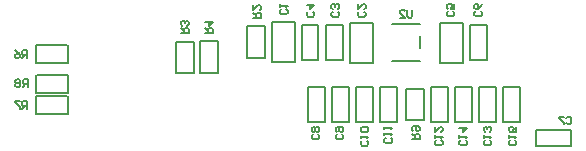
<source format=gbr>
%TF.GenerationSoftware,Altium Limited,Altium Designer,21.4.1 (30)*%
G04 Layer_Color=32896*
%FSLAX45Y45*%
%MOMM*%
%TF.SameCoordinates,07A852E0-A263-4F49-A737-320A16F82769*%
%TF.FilePolarity,Positive*%
%TF.FileFunction,Legend,Bot*%
%TF.Part,Single*%
G01*
G75*
%TA.AperFunction,NonConductor*%
%ADD30C,0.20000*%
%ADD31C,0.12700*%
D30*
X5278120Y3787260D02*
X5346700D01*
Y3787140D02*
Y4081780D01*
X5207000D02*
X5346700D01*
X5207000Y3787140D02*
Y4081780D01*
Y3787260D02*
X5278120D01*
X7193400Y3055620D02*
Y3124200D01*
X7193280Y3055620D02*
X7487920D01*
Y3195320D01*
X7193280D02*
X7487920D01*
X7193400Y3124200D02*
Y3195320D01*
X5806440Y3764280D02*
Y4099560D01*
X5613400Y3764280D02*
X5806440D01*
X5613400D02*
Y4102100D01*
X5806440D01*
X6568440Y3764280D02*
Y4099560D01*
X6375400Y3764280D02*
X6568440D01*
X6375400D02*
Y4102100D01*
X6568440D01*
X5970920Y3774460D02*
X6210300Y3774440D01*
X6210920Y3884460D02*
Y3984460D01*
X5970920Y4094460D02*
X6210920D01*
X4820920Y4069200D02*
X4897120D01*
Y3802380D02*
Y4066660D01*
X4744720Y3802380D02*
X4897120D01*
X4744720D02*
Y4066660D01*
Y4069200D02*
X4820920D01*
X4953000Y3766820D02*
X5146040D01*
Y4104640D01*
X4953000D02*
X5146040D01*
X4953000Y3769360D02*
Y4104640D01*
X5412740Y4081660D02*
X5481320D01*
X5412740Y3787140D02*
Y4081780D01*
Y3787140D02*
X5552440D01*
Y4081780D01*
X5481320Y4081660D02*
X5552440D01*
X6631940D02*
X6700520D01*
X6631940Y3787140D02*
Y4081780D01*
Y3787140D02*
X6771640D01*
Y4081780D01*
X6700520Y4081660D02*
X6771640D01*
X5260340Y3264020D02*
X5331460D01*
X5260340Y3263900D02*
Y3558540D01*
X5400040D01*
Y3263900D02*
Y3558540D01*
X5331460Y3264020D02*
X5400040D01*
X5534660D02*
X5603240D01*
Y3263900D02*
Y3558540D01*
X5463540D02*
X5603240D01*
X5463540Y3263900D02*
Y3558540D01*
Y3264020D02*
X5534660D01*
X5666740D02*
X5737860D01*
X5666740Y3263900D02*
Y3558540D01*
X5806440D01*
Y3263900D02*
Y3558540D01*
X5737860Y3264020D02*
X5806440D01*
X5941060D02*
X6009640D01*
Y3263900D02*
Y3558540D01*
X5869940D02*
X6009640D01*
X5869940Y3263900D02*
Y3558540D01*
Y3264020D02*
X5941060D01*
X6093460Y3276480D02*
X6169660D01*
X6093460Y3279020D02*
Y3543300D01*
X6245860D01*
Y3279020D02*
Y3543300D01*
X6169660Y3276480D02*
X6245860D01*
X6301740Y3264020D02*
X6372860D01*
X6301740Y3263900D02*
Y3558540D01*
X6441440D01*
Y3263900D02*
Y3558540D01*
X6372860Y3264020D02*
X6441440D01*
X6504940D02*
X6576060D01*
X6504940Y3263900D02*
Y3558540D01*
X6644640D01*
Y3263900D02*
Y3558540D01*
X6576060Y3264020D02*
X6644640D01*
X6779260D02*
X6847840D01*
Y3263900D02*
Y3558540D01*
X6708140D02*
X6847840D01*
X6708140Y3263900D02*
Y3558540D01*
Y3264020D02*
X6779260D01*
X6982460D02*
X7051040D01*
Y3263900D02*
Y3558540D01*
X6911340D02*
X7051040D01*
X6911340Y3263900D02*
Y3558540D01*
Y3264020D02*
X6982460D01*
X2958980Y3586480D02*
Y3662680D01*
X2961520D02*
X3225800D01*
Y3510280D02*
Y3662680D01*
X2961520Y3510280D02*
X3225800D01*
X2958980D02*
Y3586480D01*
X3225920Y3327400D02*
Y3403600D01*
X2959100Y3327400D02*
X3223380D01*
X2959100D02*
Y3479800D01*
X3223380D01*
X3225920Y3403600D02*
Y3479800D01*
Y3756660D02*
Y3832860D01*
X2959100Y3756660D02*
X3223380D01*
X2959100D02*
Y3909060D01*
X3223380D01*
X3225920Y3832860D02*
Y3909060D01*
X4140200Y3675260D02*
X4216400D01*
X4140200Y3677800D02*
Y3942080D01*
X4292600D01*
Y3677800D02*
Y3942080D01*
X4216400Y3675260D02*
X4292600D01*
X4419600Y3944740D02*
X4495800D01*
Y3677920D02*
Y3942200D01*
X4343400Y3677920D02*
X4495800D01*
X4343400D02*
Y3942200D01*
Y3944740D02*
X4419600D01*
D31*
X7447700Y3295220D02*
X7458280Y3305800D01*
X7479440D01*
X7490020Y3295220D01*
Y3252900D01*
X7479440Y3242320D01*
X7458280D01*
X7447700Y3252900D01*
X7426540Y3305800D02*
X7384220D01*
Y3295220D01*
X7426540Y3252900D01*
Y3242320D01*
X6143820Y4207500D02*
Y4154600D01*
X6133240Y4144020D01*
X6112080D01*
X6101500Y4154600D01*
Y4207500D01*
X6038020Y4144020D02*
X6080340D01*
X6038020Y4186340D01*
Y4196920D01*
X6048600Y4207500D01*
X6069760D01*
X6080340Y4196920D01*
X6140460Y3117020D02*
X6203940D01*
Y3148760D01*
X6193360Y3159340D01*
X6172200D01*
X6161620Y3148760D01*
Y3117020D01*
Y3138180D02*
X6140460Y3159340D01*
X6151040Y3180500D02*
X6140460Y3191079D01*
Y3212239D01*
X6151040Y3222819D01*
X6193360D01*
X6203940Y3212239D01*
Y3191079D01*
X6193360Y3180500D01*
X6182780D01*
X6172200Y3191079D01*
Y3222819D01*
X2887540Y3557280D02*
Y3620760D01*
X2855800D01*
X2845220Y3610180D01*
Y3589020D01*
X2855800Y3578440D01*
X2887540D01*
X2866380D02*
X2845220Y3557280D01*
X2824060Y3610180D02*
X2813480Y3620760D01*
X2792320D01*
X2781740Y3610180D01*
Y3599600D01*
X2792320Y3589020D01*
X2781740Y3578440D01*
Y3567860D01*
X2792320Y3557280D01*
X2813480D01*
X2824060Y3567860D01*
Y3578440D01*
X2813480Y3589020D01*
X2824060Y3599600D01*
Y3610180D01*
X2813480Y3589020D02*
X2792320D01*
X2882460Y3374400D02*
Y3437880D01*
X2850720D01*
X2840140Y3427300D01*
Y3406140D01*
X2850720Y3395560D01*
X2882460D01*
X2861300D02*
X2840140Y3374400D01*
X2818980Y3437880D02*
X2776660D01*
Y3427300D01*
X2818980Y3384980D01*
Y3374400D01*
X2882460Y3803660D02*
Y3867140D01*
X2850720D01*
X2840140Y3856560D01*
Y3835400D01*
X2850720Y3824820D01*
X2882460D01*
X2861300D02*
X2840140Y3803660D01*
X2776660Y3867140D02*
X2797820Y3856560D01*
X2818980Y3835400D01*
Y3814240D01*
X2808400Y3803660D01*
X2787240D01*
X2776660Y3814240D01*
Y3824820D01*
X2787240Y3835400D01*
X2818980D01*
X4387860Y4013760D02*
X4451340D01*
Y4045500D01*
X4440760Y4056080D01*
X4419600D01*
X4409020Y4045500D01*
Y4013760D01*
Y4034920D02*
X4387860Y4056080D01*
Y4108980D02*
X4451340D01*
X4419600Y4077240D01*
Y4119559D01*
X4184660Y4013640D02*
X4248140D01*
Y4045380D01*
X4237560Y4055960D01*
X4216400D01*
X4205820Y4045380D01*
Y4013640D01*
Y4034800D02*
X4184660Y4055960D01*
X4237560Y4077120D02*
X4248140Y4087699D01*
Y4108859D01*
X4237560Y4119439D01*
X4226980D01*
X4216400Y4108859D01*
Y4098279D01*
Y4108859D01*
X4205820Y4119439D01*
X4195240D01*
X4184660Y4108859D01*
Y4087699D01*
X4195240Y4077120D01*
X4796800Y4143180D02*
X4860280D01*
Y4174920D01*
X4849700Y4185500D01*
X4828540D01*
X4817960Y4174920D01*
Y4143180D01*
Y4164340D02*
X4796800Y4185500D01*
Y4248979D02*
Y4206660D01*
X4839120Y4248979D01*
X4849700D01*
X4860280Y4238399D01*
Y4217239D01*
X4849700Y4206660D01*
X7011240Y3104950D02*
X7021820Y3094370D01*
Y3073210D01*
X7011240Y3062630D01*
X6968920D01*
X6958340Y3073210D01*
Y3094370D01*
X6968920Y3104950D01*
X6958340Y3126110D02*
Y3147270D01*
Y3136690D01*
X7021820D01*
X7011240Y3126110D01*
X7021820Y3221329D02*
Y3179009D01*
X6990080D01*
X7000660Y3200169D01*
Y3210749D01*
X6990080Y3221329D01*
X6968920D01*
X6958340Y3210749D01*
Y3189589D01*
X6968920Y3179009D01*
X6594680Y3104950D02*
X6605260Y3094370D01*
Y3073210D01*
X6594680Y3062630D01*
X6552360D01*
X6541780Y3073210D01*
Y3094370D01*
X6552360Y3104950D01*
X6541780Y3126110D02*
Y3147270D01*
Y3136690D01*
X6605260D01*
X6594680Y3126110D01*
X6541780Y3210749D02*
X6605260D01*
X6573520Y3179009D01*
Y3221329D01*
X6800420Y3104950D02*
X6811000Y3094370D01*
Y3073210D01*
X6800420Y3062630D01*
X6758100D01*
X6747520Y3073210D01*
Y3094370D01*
X6758100Y3104950D01*
X6747520Y3126110D02*
Y3147270D01*
Y3136690D01*
X6811000D01*
X6800420Y3126110D01*
Y3179009D02*
X6811000Y3189589D01*
Y3210749D01*
X6800420Y3221329D01*
X6789840D01*
X6779260Y3210749D01*
Y3200169D01*
Y3210749D01*
X6768680Y3221329D01*
X6758100D01*
X6747520Y3210749D01*
Y3189589D01*
X6758100Y3179009D01*
X6388940Y3104950D02*
X6399520Y3094370D01*
Y3073210D01*
X6388940Y3062630D01*
X6346620D01*
X6336040Y3073210D01*
Y3094370D01*
X6346620Y3104950D01*
X6336040Y3126110D02*
Y3147270D01*
Y3136690D01*
X6399520D01*
X6388940Y3126110D01*
X6336040Y3221329D02*
Y3179009D01*
X6378360Y3221329D01*
X6388940D01*
X6399520Y3210749D01*
Y3189589D01*
X6388940Y3179009D01*
X5959680Y3125690D02*
X5970260Y3115111D01*
Y3093951D01*
X5959680Y3083371D01*
X5917360D01*
X5906780Y3093951D01*
Y3115111D01*
X5917360Y3125690D01*
X5906780Y3146850D02*
Y3168010D01*
Y3157430D01*
X5970260D01*
X5959680Y3146850D01*
X5906780Y3199750D02*
Y3220909D01*
Y3210330D01*
X5970260D01*
X5959680Y3199750D01*
X5759020Y3102410D02*
X5769600Y3091830D01*
Y3070670D01*
X5759020Y3060090D01*
X5716700D01*
X5706120Y3070670D01*
Y3091830D01*
X5716700Y3102410D01*
X5706120Y3123570D02*
Y3144730D01*
Y3134150D01*
X5769600D01*
X5759020Y3123570D01*
Y3176469D02*
X5769600Y3187049D01*
Y3208209D01*
X5759020Y3218789D01*
X5716700D01*
X5706120Y3208209D01*
Y3187049D01*
X5716700Y3176469D01*
X5759020D01*
X5545660Y3156800D02*
X5556240Y3146220D01*
Y3125060D01*
X5545660Y3114480D01*
X5503340D01*
X5492760Y3125060D01*
Y3146220D01*
X5503340Y3156800D01*
Y3177960D02*
X5492760Y3188539D01*
Y3209699D01*
X5503340Y3220279D01*
X5545660D01*
X5556240Y3209699D01*
Y3188539D01*
X5545660Y3177960D01*
X5535080D01*
X5524500Y3188539D01*
Y3220279D01*
X5342460Y3156800D02*
X5353040Y3146220D01*
Y3125060D01*
X5342460Y3114480D01*
X5300140D01*
X5289560Y3125060D01*
Y3146220D01*
X5300140Y3156800D01*
X5342460Y3177960D02*
X5353040Y3188539D01*
Y3209699D01*
X5342460Y3220279D01*
X5331880D01*
X5321300Y3209699D01*
X5310720Y3220279D01*
X5300140D01*
X5289560Y3209699D01*
Y3188539D01*
X5300140Y3177960D01*
X5310720D01*
X5321300Y3188539D01*
X5331880Y3177960D01*
X5342460D01*
X5321300Y3188539D02*
Y3209699D01*
X6721680Y4198200D02*
X6732260Y4187620D01*
Y4166460D01*
X6721680Y4155880D01*
X6679360D01*
X6668780Y4166460D01*
Y4187620D01*
X6679360Y4198200D01*
X6732260Y4261679D02*
X6721680Y4240519D01*
X6700520Y4219360D01*
X6679360D01*
X6668780Y4229939D01*
Y4251099D01*
X6679360Y4261679D01*
X6689940D01*
X6700520Y4251099D01*
Y4219360D01*
X6488000Y4198200D02*
X6498580Y4187620D01*
Y4166460D01*
X6488000Y4155880D01*
X6445680D01*
X6435100Y4166460D01*
Y4187620D01*
X6445680Y4198200D01*
X6498580Y4261679D02*
Y4219360D01*
X6466840D01*
X6477420Y4240519D01*
Y4251099D01*
X6466840Y4261679D01*
X6445680D01*
X6435100Y4251099D01*
Y4229939D01*
X6445680Y4219360D01*
X5301820Y4195660D02*
X5312400Y4185080D01*
Y4163920D01*
X5301820Y4153340D01*
X5259500D01*
X5248920Y4163920D01*
Y4185080D01*
X5259500Y4195660D01*
X5248920Y4248559D02*
X5312400D01*
X5280660Y4216820D01*
Y4259139D01*
X5510100Y4195660D02*
X5520680Y4185080D01*
Y4163920D01*
X5510100Y4153340D01*
X5467780D01*
X5457200Y4163920D01*
Y4185080D01*
X5467780Y4195660D01*
X5510100Y4216820D02*
X5520680Y4227399D01*
Y4248559D01*
X5510100Y4259139D01*
X5499520D01*
X5488940Y4248559D01*
Y4237979D01*
Y4248559D01*
X5478360Y4259139D01*
X5467780D01*
X5457200Y4248559D01*
Y4227399D01*
X5467780Y4216820D01*
X5736160Y4195660D02*
X5746740Y4185080D01*
Y4163920D01*
X5736160Y4153340D01*
X5693840D01*
X5683260Y4163920D01*
Y4185080D01*
X5693840Y4195660D01*
X5683260Y4259139D02*
Y4216820D01*
X5725580Y4259139D01*
X5736160D01*
X5746740Y4248559D01*
Y4227399D01*
X5736160Y4216820D01*
X5075760Y4213860D02*
X5086340Y4203280D01*
Y4182120D01*
X5075760Y4171541D01*
X5033440D01*
X5022860Y4182120D01*
Y4203280D01*
X5033440Y4213860D01*
X5022860Y4235020D02*
Y4256180D01*
Y4245600D01*
X5086340D01*
X5075760Y4235020D01*
%TF.MD5,0a2600556d96e5077121b746420d2c42*%
M02*

</source>
